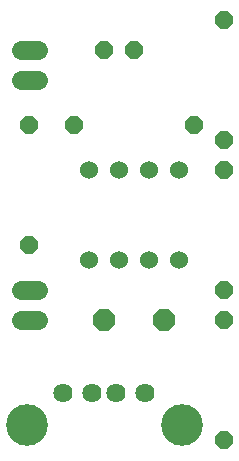
<source format=gbr>
G04 EAGLE Gerber RS-274X export*
G75*
%MOMM*%
%FSLAX34Y34*%
%LPD*%
%INSoldermask Top*%
%IPPOS*%
%AMOC8*
5,1,8,0,0,1.08239X$1,22.5*%
G01*
%ADD10C,1.625600*%
%ADD11P,1.649562X8X22.500000*%
%ADD12P,1.649562X8X292.500000*%
%ADD13P,1.649562X8X112.500000*%
%ADD14C,1.524000*%
%ADD15P,1.951982X8X22.500000*%
%ADD16C,1.625600*%
%ADD17C,3.530600*%


D10*
X43688Y330200D02*
X57912Y330200D01*
X57912Y355600D02*
X43688Y355600D01*
X43688Y127000D02*
X57912Y127000D01*
X57912Y152400D02*
X43688Y152400D01*
D11*
X114300Y355600D03*
X139700Y355600D03*
X88900Y292100D03*
X190500Y292100D03*
D12*
X215900Y381000D03*
X215900Y279400D03*
D13*
X50800Y190500D03*
X50800Y292100D03*
D14*
X101600Y177800D03*
X127000Y177800D03*
X127000Y254000D03*
X101600Y254000D03*
X152400Y177800D03*
X177800Y177800D03*
X152400Y254000D03*
X177800Y254000D03*
D15*
X114300Y127000D03*
X165100Y127000D03*
D12*
X215900Y254000D03*
X215900Y152400D03*
X215900Y127000D03*
X215900Y25400D03*
D16*
X79375Y65278D03*
X104267Y65278D03*
X124333Y65278D03*
X149225Y65278D03*
D17*
X179959Y38100D03*
X48641Y38100D03*
M02*

</source>
